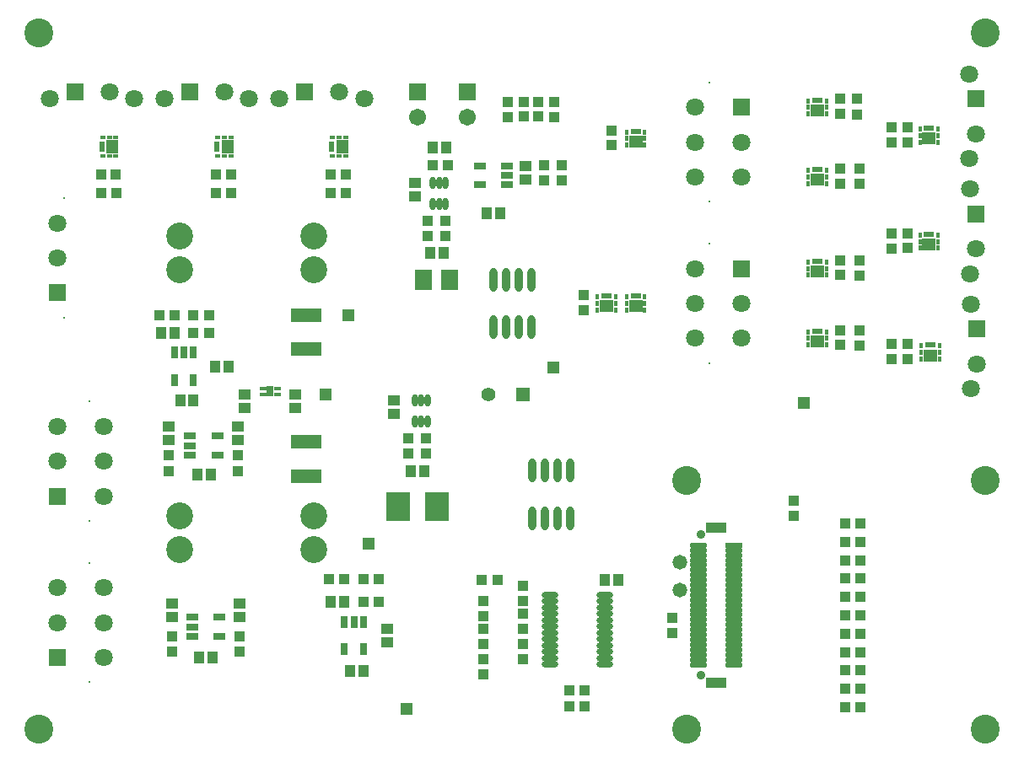
<source format=gts>
G04 Layer_Color=8388736*
%FSLAX25Y25*%
%MOIN*%
G70*
G01*
G75*
%ADD68R,0.02769X0.04186*%
%ADD69R,0.02769X0.01784*%
%ADD70R,0.04147X0.04147*%
%ADD71R,0.07887X0.03950*%
%ADD72R,0.07099X0.01981*%
%ADD73O,0.07099X0.01981*%
%ADD74R,0.03910X0.01981*%
%ADD75R,0.01784X0.02375*%
%ADD76R,0.05524X0.04737*%
%ADD77R,0.04737X0.04737*%
%ADD78R,0.04147X0.04147*%
%ADD79R,0.04537X0.04143*%
%ADD80R,0.09265X0.11824*%
%ADD81R,0.01981X0.03910*%
%ADD82R,0.02375X0.01784*%
%ADD83R,0.04737X0.05524*%
%ADD84R,0.03162X0.04737*%
%ADD85R,0.04143X0.04537*%
%ADD86R,0.06706X0.08083*%
%ADD87R,0.03950X0.03950*%
%ADD88O,0.02375X0.04737*%
%ADD89R,0.04737X0.03162*%
%ADD90R,0.12217X0.05721*%
%ADD91O,0.03162X0.09461*%
%ADD92R,0.03950X0.03950*%
%ADD93O,0.06509X0.02572*%
%ADD94C,0.03556*%
%ADD95C,0.11430*%
%ADD96C,0.06706*%
%ADD97R,0.06706X0.06706*%
%ADD98R,0.05524X0.05524*%
%ADD99C,0.05524*%
%ADD100C,0.10642*%
%ADD101R,0.07099X0.07099*%
%ADD102C,0.07099*%
%ADD103R,0.07099X0.07099*%
%ADD104C,0.00800*%
%ADD105C,0.05800*%
D68*
X101272Y143583D02*
D03*
D69*
X98417Y142402D02*
D03*
Y144764D02*
D03*
X104087D02*
D03*
Y142402D02*
D03*
D70*
X334476Y33133D02*
D03*
X328374D02*
D03*
X334476Y25866D02*
D03*
X328374D02*
D03*
X334476Y69467D02*
D03*
X328374D02*
D03*
X57369Y173744D02*
D03*
X63472D02*
D03*
X70952D02*
D03*
X77054D02*
D03*
X144223Y60389D02*
D03*
X138120D02*
D03*
X334476Y47666D02*
D03*
X328374D02*
D03*
X334476Y84000D02*
D03*
X328374D02*
D03*
X334476Y18599D02*
D03*
X328374D02*
D03*
X334476Y40400D02*
D03*
X328374D02*
D03*
X334476Y54933D02*
D03*
X328374D02*
D03*
X334476Y62200D02*
D03*
X328374D02*
D03*
X334476Y76733D02*
D03*
X328374D02*
D03*
X334476Y91267D02*
D03*
X328374D02*
D03*
X165471Y232890D02*
D03*
X171573D02*
D03*
X77054Y166744D02*
D03*
X70952D02*
D03*
X219549Y18890D02*
D03*
X225651D02*
D03*
X219549Y25390D02*
D03*
X225651D02*
D03*
X138120Y69389D02*
D03*
X144223D02*
D03*
X124500D02*
D03*
X130603D02*
D03*
X34380Y221890D02*
D03*
X40483D02*
D03*
X79795D02*
D03*
X85898D02*
D03*
X125155D02*
D03*
X131258D02*
D03*
X184949Y68890D02*
D03*
X191051D02*
D03*
D71*
X277559Y28346D02*
D03*
Y89764D02*
D03*
D72*
X284646Y82677D02*
D03*
D73*
Y80709D02*
D03*
Y78740D02*
D03*
Y76772D02*
D03*
Y74803D02*
D03*
Y72835D02*
D03*
Y70866D02*
D03*
Y68898D02*
D03*
Y66929D02*
D03*
Y64961D02*
D03*
Y62992D02*
D03*
Y61024D02*
D03*
Y59055D02*
D03*
Y57087D02*
D03*
Y55118D02*
D03*
Y53150D02*
D03*
Y51181D02*
D03*
Y49213D02*
D03*
Y47244D02*
D03*
Y45276D02*
D03*
Y43307D02*
D03*
Y41339D02*
D03*
Y39370D02*
D03*
Y37402D02*
D03*
Y35433D02*
D03*
X270472D02*
D03*
Y37402D02*
D03*
Y39370D02*
D03*
Y41339D02*
D03*
Y43307D02*
D03*
Y45276D02*
D03*
Y47244D02*
D03*
Y49213D02*
D03*
Y51181D02*
D03*
Y53150D02*
D03*
Y55118D02*
D03*
Y57087D02*
D03*
Y59055D02*
D03*
Y61024D02*
D03*
Y62992D02*
D03*
Y64961D02*
D03*
Y66929D02*
D03*
Y68898D02*
D03*
Y70866D02*
D03*
Y72835D02*
D03*
Y74803D02*
D03*
Y76772D02*
D03*
Y78740D02*
D03*
Y80709D02*
D03*
Y82677D02*
D03*
D74*
X362100Y161810D02*
D03*
X317390Y231251D02*
D03*
X245661Y246411D02*
D03*
X317390Y258783D02*
D03*
X245661Y181224D02*
D03*
X234161D02*
D03*
X317549Y195003D02*
D03*
X317409Y167444D02*
D03*
X361651Y205662D02*
D03*
Y247562D02*
D03*
D75*
X365742Y156338D02*
D03*
Y158897D02*
D03*
Y161456D02*
D03*
X358458D02*
D03*
Y158897D02*
D03*
Y156338D02*
D03*
X313749Y225779D02*
D03*
Y228338D02*
D03*
Y230897D02*
D03*
X321032D02*
D03*
Y228338D02*
D03*
Y225779D02*
D03*
X242019Y240939D02*
D03*
Y243498D02*
D03*
Y246057D02*
D03*
X249302D02*
D03*
Y243498D02*
D03*
Y240939D02*
D03*
X321032Y253310D02*
D03*
Y255869D02*
D03*
Y258428D02*
D03*
X313749D02*
D03*
Y255869D02*
D03*
Y253310D02*
D03*
X249302Y175751D02*
D03*
Y178310D02*
D03*
Y180869D02*
D03*
X242019D02*
D03*
Y178310D02*
D03*
Y175751D02*
D03*
X230519D02*
D03*
Y178310D02*
D03*
Y180869D02*
D03*
X237802D02*
D03*
Y178310D02*
D03*
Y175751D02*
D03*
X313907Y189531D02*
D03*
Y192090D02*
D03*
Y194649D02*
D03*
X321191D02*
D03*
Y192090D02*
D03*
Y189531D02*
D03*
X321051Y161972D02*
D03*
Y164531D02*
D03*
Y167090D02*
D03*
X313768D02*
D03*
Y164531D02*
D03*
Y161972D02*
D03*
X365293Y200190D02*
D03*
Y202749D02*
D03*
Y205308D02*
D03*
X358010D02*
D03*
Y202749D02*
D03*
Y200190D02*
D03*
Y242090D02*
D03*
Y244649D02*
D03*
Y247208D02*
D03*
X365293D02*
D03*
Y244649D02*
D03*
Y242090D02*
D03*
D76*
X362100Y157716D02*
D03*
X317390Y227157D02*
D03*
X245661Y242317D02*
D03*
X317390Y254688D02*
D03*
X245661Y177129D02*
D03*
X234161D02*
D03*
X317549Y190909D02*
D03*
X317409Y163350D02*
D03*
X361651Y201568D02*
D03*
Y243468D02*
D03*
D77*
X155000Y17890D02*
D03*
X132000Y173744D02*
D03*
X312000Y138787D02*
D03*
X213000Y152787D02*
D03*
X140000Y83287D02*
D03*
X123000Y142390D02*
D03*
D78*
X308173Y94305D02*
D03*
Y100408D02*
D03*
X213500Y257941D02*
D03*
Y251839D02*
D03*
X195000Y257941D02*
D03*
Y251839D02*
D03*
X346900Y206095D02*
D03*
Y199993D02*
D03*
X260000Y47949D02*
D03*
Y54051D02*
D03*
X216522Y232890D02*
D03*
Y226787D02*
D03*
X209527D02*
D03*
Y232890D02*
D03*
X162989Y124890D02*
D03*
Y118787D02*
D03*
X155989Y124890D02*
D03*
Y118787D02*
D03*
X170522Y210941D02*
D03*
Y204839D02*
D03*
X163522Y210941D02*
D03*
Y204839D02*
D03*
X61200Y112039D02*
D03*
Y118141D02*
D03*
X88500Y112039D02*
D03*
Y118141D02*
D03*
X89000Y40587D02*
D03*
Y46690D02*
D03*
X62374Y40587D02*
D03*
Y46690D02*
D03*
X201300Y37506D02*
D03*
Y43608D02*
D03*
Y49506D02*
D03*
Y55608D02*
D03*
Y60506D02*
D03*
Y66608D02*
D03*
X185500Y31608D02*
D03*
Y37711D02*
D03*
Y43608D02*
D03*
Y49711D02*
D03*
Y54557D02*
D03*
Y60659D02*
D03*
X346800Y162243D02*
D03*
Y156141D02*
D03*
X346900Y247963D02*
D03*
Y241861D02*
D03*
X334000Y195436D02*
D03*
Y189334D02*
D03*
Y167746D02*
D03*
Y161644D02*
D03*
X333300Y259195D02*
D03*
Y253093D02*
D03*
X334000Y231684D02*
D03*
Y225582D02*
D03*
D79*
X111172Y142402D02*
D03*
Y137087D02*
D03*
X91172Y142402D02*
D03*
Y137087D02*
D03*
X147600Y49547D02*
D03*
Y44232D02*
D03*
X202022Y232630D02*
D03*
Y227315D02*
D03*
X150189Y139896D02*
D03*
Y134581D02*
D03*
X158531Y226024D02*
D03*
Y220709D02*
D03*
X88500Y124232D02*
D03*
Y129547D02*
D03*
X61200Y124232D02*
D03*
Y129547D02*
D03*
X89000Y54170D02*
D03*
Y59485D02*
D03*
X62374Y54170D02*
D03*
Y59485D02*
D03*
D80*
X167166Y98039D02*
D03*
X151812D02*
D03*
D81*
X34806Y240390D02*
D03*
X80228D02*
D03*
X125589D02*
D03*
D82*
X40278Y244032D02*
D03*
X37719D02*
D03*
X35160D02*
D03*
Y236748D02*
D03*
X37719D02*
D03*
X40278D02*
D03*
X85701D02*
D03*
X83142D02*
D03*
X80583D02*
D03*
Y244032D02*
D03*
X83142D02*
D03*
X85701D02*
D03*
X131061Y236748D02*
D03*
X128502D02*
D03*
X125943D02*
D03*
Y244032D02*
D03*
X128502D02*
D03*
X131061D02*
D03*
D83*
X38900Y240390D02*
D03*
X84323D02*
D03*
X129683D02*
D03*
D84*
X70972Y158858D02*
D03*
X67232D02*
D03*
X63491D02*
D03*
Y148031D02*
D03*
X70972D02*
D03*
X138083Y52303D02*
D03*
X134343D02*
D03*
X130603D02*
D03*
Y41476D02*
D03*
X138083D02*
D03*
D85*
X70972Y139844D02*
D03*
X65657D02*
D03*
X138120Y32990D02*
D03*
X132806D02*
D03*
X186843Y213890D02*
D03*
X192157D02*
D03*
X164365Y198390D02*
D03*
X169679D02*
D03*
X156831Y112039D02*
D03*
X162146D02*
D03*
X165471Y239890D02*
D03*
X170786D02*
D03*
X77658Y110490D02*
D03*
X72342D02*
D03*
X78477Y38330D02*
D03*
X73162D02*
D03*
X79514Y153444D02*
D03*
X84829D02*
D03*
X63472Y166644D02*
D03*
X58157D02*
D03*
X130603Y60389D02*
D03*
X125288D02*
D03*
X233343Y69000D02*
D03*
X238657D02*
D03*
D86*
X161805Y187710D02*
D03*
X172239D02*
D03*
D87*
X326400Y253290D02*
D03*
Y259195D02*
D03*
X236161Y240816D02*
D03*
Y246722D02*
D03*
X326400Y225779D02*
D03*
Y231684D02*
D03*
X207239Y252137D02*
D03*
Y258043D02*
D03*
X201600Y252137D02*
D03*
Y258043D02*
D03*
X225300Y175751D02*
D03*
Y181657D02*
D03*
X326558Y161841D02*
D03*
Y167746D02*
D03*
Y189531D02*
D03*
Y195436D02*
D03*
X353281Y156338D02*
D03*
Y162243D02*
D03*
X353281Y200190D02*
D03*
Y206095D02*
D03*
X353281Y242090D02*
D03*
Y247995D02*
D03*
D88*
X158404Y131604D02*
D03*
X160963D02*
D03*
X163522D02*
D03*
X158404Y139872D02*
D03*
X160963D02*
D03*
X163522D02*
D03*
X165472Y217756D02*
D03*
X168032D02*
D03*
X170591D02*
D03*
X165472Y226024D02*
D03*
X168032D02*
D03*
X170591D02*
D03*
D89*
X194935Y225150D02*
D03*
Y228890D02*
D03*
Y232630D02*
D03*
X184109D02*
D03*
Y225150D02*
D03*
X70406Y54170D02*
D03*
Y50430D02*
D03*
Y46690D02*
D03*
X81233D02*
D03*
Y54170D02*
D03*
X69587Y125830D02*
D03*
Y122090D02*
D03*
Y118350D02*
D03*
X80413D02*
D03*
Y125830D02*
D03*
D90*
X115374Y123681D02*
D03*
Y110098D02*
D03*
X115374Y160161D02*
D03*
Y173744D02*
D03*
D91*
X189372Y168813D02*
D03*
X194372D02*
D03*
X199372D02*
D03*
X204372D02*
D03*
X189372Y187710D02*
D03*
X194372D02*
D03*
X199372D02*
D03*
X204372D02*
D03*
X204982Y93365D02*
D03*
X209982D02*
D03*
X214982D02*
D03*
X219982D02*
D03*
X204982Y112262D02*
D03*
X209982D02*
D03*
X214982D02*
D03*
X219982D02*
D03*
D92*
X40286Y229399D02*
D03*
X34380D02*
D03*
X85701D02*
D03*
X79795D02*
D03*
X131061D02*
D03*
X125155D02*
D03*
D93*
X211872Y63108D02*
D03*
Y60608D02*
D03*
Y58108D02*
D03*
Y55608D02*
D03*
Y53108D02*
D03*
Y50608D02*
D03*
Y48108D02*
D03*
Y45608D02*
D03*
Y43108D02*
D03*
Y40608D02*
D03*
Y38108D02*
D03*
Y35608D02*
D03*
X233328Y63108D02*
D03*
Y60608D02*
D03*
Y58108D02*
D03*
Y55608D02*
D03*
Y53108D02*
D03*
Y50608D02*
D03*
Y48108D02*
D03*
Y45608D02*
D03*
Y43108D02*
D03*
Y40608D02*
D03*
Y38108D02*
D03*
Y35608D02*
D03*
D94*
X271654Y31299D02*
D03*
Y86811D02*
D03*
D95*
X265748Y108268D02*
D03*
X383858D02*
D03*
Y9843D02*
D03*
X265748D02*
D03*
X9843Y285433D02*
D03*
Y9843D02*
D03*
X383858Y285433D02*
D03*
D96*
X179000Y251890D02*
D03*
X159500D02*
D03*
D97*
X179000Y261890D02*
D03*
X159500D02*
D03*
D98*
X201287Y142232D02*
D03*
D99*
X187508D02*
D03*
D100*
X118503Y80889D02*
D03*
X65472D02*
D03*
X118503Y94275D02*
D03*
X65472D02*
D03*
X118503Y191453D02*
D03*
X65472D02*
D03*
X118503Y204838D02*
D03*
X65472D02*
D03*
D101*
X24002Y261890D02*
D03*
X69362D02*
D03*
X114723D02*
D03*
D102*
X37782D02*
D03*
X14160Y259409D02*
D03*
X47624D02*
D03*
X92984D02*
D03*
X59520D02*
D03*
X83142Y261890D02*
D03*
X378020Y144547D02*
D03*
Y178012D02*
D03*
X380500Y154390D02*
D03*
X380000Y245390D02*
D03*
X377520Y269012D02*
D03*
Y235547D02*
D03*
X377820Y190047D02*
D03*
Y223512D02*
D03*
X380300Y199890D02*
D03*
X128502Y261890D02*
D03*
X104880Y259409D02*
D03*
X138345D02*
D03*
X17264Y115889D02*
D03*
Y129669D02*
D03*
X35374D02*
D03*
Y115889D02*
D03*
Y102110D02*
D03*
X17264Y52110D02*
D03*
Y65889D02*
D03*
X35374D02*
D03*
Y52110D02*
D03*
Y38330D02*
D03*
X287410Y242090D02*
D03*
Y228310D02*
D03*
X269300D02*
D03*
Y242090D02*
D03*
Y255869D02*
D03*
X287410Y178310D02*
D03*
Y164531D02*
D03*
X269300D02*
D03*
Y178310D02*
D03*
Y192090D02*
D03*
X17264Y196287D02*
D03*
Y210067D02*
D03*
D103*
X380500Y168169D02*
D03*
X380000Y259169D02*
D03*
X380300Y213669D02*
D03*
X17264Y102110D02*
D03*
Y38330D02*
D03*
X287410Y255869D02*
D03*
Y192090D02*
D03*
X17264Y182508D02*
D03*
D104*
X29784Y92267D02*
D03*
Y139511D02*
D03*
Y28488D02*
D03*
Y75732D02*
D03*
X274890Y265712D02*
D03*
Y218468D02*
D03*
Y201932D02*
D03*
Y154688D02*
D03*
X19744Y172665D02*
D03*
Y219909D02*
D03*
D105*
X263000Y65000D02*
D03*
Y76000D02*
D03*
M02*

</source>
